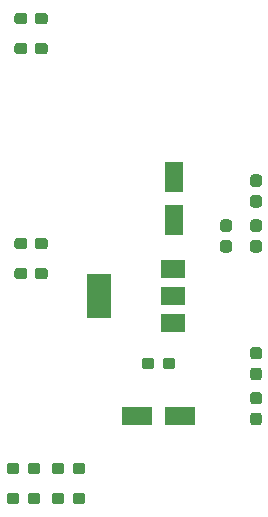
<source format=gtp>
G04 #@! TF.GenerationSoftware,KiCad,Pcbnew,(6.0.0-rc1-dev)*
G04 #@! TF.CreationDate,2018-08-10T23:28:26+02:00*
G04 #@! TF.ProjectId,sender,73656E6465722E6B696361645F706362,rev?*
G04 #@! TF.SameCoordinates,PX6ed25c8PY45a45e8*
G04 #@! TF.FileFunction,Paste,Top*
G04 #@! TF.FilePolarity,Positive*
%FSLAX46Y46*%
G04 Gerber Fmt 4.6, Leading zero omitted, Abs format (unit mm)*
G04 Created by KiCad (PCBNEW (6.0.0-rc1-dev)) date Fri Aug 10 23:28:26 2018*
%MOMM*%
%LPD*%
G01*
G04 APERTURE LIST*
%ADD10C,0.100000*%
%ADD11C,0.950000*%
%ADD12R,2.600000X1.600000*%
%ADD13R,1.600000X2.600000*%
%ADD14R,2.000000X3.800000*%
%ADD15R,2.000000X1.500000*%
G04 APERTURE END LIST*
D10*
G04 #@! TO.C,D10*
G36*
X28835779Y-36546144D02*
X28858834Y-36549563D01*
X28881443Y-36555227D01*
X28903387Y-36563079D01*
X28924457Y-36573044D01*
X28944448Y-36585026D01*
X28963168Y-36598910D01*
X28980438Y-36614562D01*
X28996090Y-36631832D01*
X29009974Y-36650552D01*
X29021956Y-36670543D01*
X29031921Y-36691613D01*
X29039773Y-36713557D01*
X29045437Y-36736166D01*
X29048856Y-36759221D01*
X29050000Y-36782500D01*
X29050000Y-37357500D01*
X29048856Y-37380779D01*
X29045437Y-37403834D01*
X29039773Y-37426443D01*
X29031921Y-37448387D01*
X29021956Y-37469457D01*
X29009974Y-37489448D01*
X28996090Y-37508168D01*
X28980438Y-37525438D01*
X28963168Y-37541090D01*
X28944448Y-37554974D01*
X28924457Y-37566956D01*
X28903387Y-37576921D01*
X28881443Y-37584773D01*
X28858834Y-37590437D01*
X28835779Y-37593856D01*
X28812500Y-37595000D01*
X28337500Y-37595000D01*
X28314221Y-37593856D01*
X28291166Y-37590437D01*
X28268557Y-37584773D01*
X28246613Y-37576921D01*
X28225543Y-37566956D01*
X28205552Y-37554974D01*
X28186832Y-37541090D01*
X28169562Y-37525438D01*
X28153910Y-37508168D01*
X28140026Y-37489448D01*
X28128044Y-37469457D01*
X28118079Y-37448387D01*
X28110227Y-37426443D01*
X28104563Y-37403834D01*
X28101144Y-37380779D01*
X28100000Y-37357500D01*
X28100000Y-36782500D01*
X28101144Y-36759221D01*
X28104563Y-36736166D01*
X28110227Y-36713557D01*
X28118079Y-36691613D01*
X28128044Y-36670543D01*
X28140026Y-36650552D01*
X28153910Y-36631832D01*
X28169562Y-36614562D01*
X28186832Y-36598910D01*
X28205552Y-36585026D01*
X28225543Y-36573044D01*
X28246613Y-36563079D01*
X28268557Y-36555227D01*
X28291166Y-36549563D01*
X28314221Y-36546144D01*
X28337500Y-36545000D01*
X28812500Y-36545000D01*
X28835779Y-36546144D01*
X28835779Y-36546144D01*
G37*
D11*
X28575000Y-37070000D03*
D10*
G36*
X28835779Y-34796144D02*
X28858834Y-34799563D01*
X28881443Y-34805227D01*
X28903387Y-34813079D01*
X28924457Y-34823044D01*
X28944448Y-34835026D01*
X28963168Y-34848910D01*
X28980438Y-34864562D01*
X28996090Y-34881832D01*
X29009974Y-34900552D01*
X29021956Y-34920543D01*
X29031921Y-34941613D01*
X29039773Y-34963557D01*
X29045437Y-34986166D01*
X29048856Y-35009221D01*
X29050000Y-35032500D01*
X29050000Y-35607500D01*
X29048856Y-35630779D01*
X29045437Y-35653834D01*
X29039773Y-35676443D01*
X29031921Y-35698387D01*
X29021956Y-35719457D01*
X29009974Y-35739448D01*
X28996090Y-35758168D01*
X28980438Y-35775438D01*
X28963168Y-35791090D01*
X28944448Y-35804974D01*
X28924457Y-35816956D01*
X28903387Y-35826921D01*
X28881443Y-35834773D01*
X28858834Y-35840437D01*
X28835779Y-35843856D01*
X28812500Y-35845000D01*
X28337500Y-35845000D01*
X28314221Y-35843856D01*
X28291166Y-35840437D01*
X28268557Y-35834773D01*
X28246613Y-35826921D01*
X28225543Y-35816956D01*
X28205552Y-35804974D01*
X28186832Y-35791090D01*
X28169562Y-35775438D01*
X28153910Y-35758168D01*
X28140026Y-35739448D01*
X28128044Y-35719457D01*
X28118079Y-35698387D01*
X28110227Y-35676443D01*
X28104563Y-35653834D01*
X28101144Y-35630779D01*
X28100000Y-35607500D01*
X28100000Y-35032500D01*
X28101144Y-35009221D01*
X28104563Y-34986166D01*
X28110227Y-34963557D01*
X28118079Y-34941613D01*
X28128044Y-34920543D01*
X28140026Y-34900552D01*
X28153910Y-34881832D01*
X28169562Y-34864562D01*
X28186832Y-34848910D01*
X28205552Y-34835026D01*
X28225543Y-34823044D01*
X28246613Y-34813079D01*
X28268557Y-34805227D01*
X28291166Y-34799563D01*
X28314221Y-34796144D01*
X28337500Y-34795000D01*
X28812500Y-34795000D01*
X28835779Y-34796144D01*
X28835779Y-34796144D01*
G37*
D11*
X28575000Y-35320000D03*
G04 #@! TD*
D12*
G04 #@! TO.C,C4*
X22120000Y-36830000D03*
X18520000Y-36830000D03*
G04 #@! TD*
D13*
G04 #@! TO.C,C1*
X21590000Y-20215000D03*
X21590000Y-16615000D03*
G04 #@! TD*
D10*
G04 #@! TO.C,C2*
G36*
X26295779Y-20191144D02*
X26318834Y-20194563D01*
X26341443Y-20200227D01*
X26363387Y-20208079D01*
X26384457Y-20218044D01*
X26404448Y-20230026D01*
X26423168Y-20243910D01*
X26440438Y-20259562D01*
X26456090Y-20276832D01*
X26469974Y-20295552D01*
X26481956Y-20315543D01*
X26491921Y-20336613D01*
X26499773Y-20358557D01*
X26505437Y-20381166D01*
X26508856Y-20404221D01*
X26510000Y-20427500D01*
X26510000Y-21002500D01*
X26508856Y-21025779D01*
X26505437Y-21048834D01*
X26499773Y-21071443D01*
X26491921Y-21093387D01*
X26481956Y-21114457D01*
X26469974Y-21134448D01*
X26456090Y-21153168D01*
X26440438Y-21170438D01*
X26423168Y-21186090D01*
X26404448Y-21199974D01*
X26384457Y-21211956D01*
X26363387Y-21221921D01*
X26341443Y-21229773D01*
X26318834Y-21235437D01*
X26295779Y-21238856D01*
X26272500Y-21240000D01*
X25797500Y-21240000D01*
X25774221Y-21238856D01*
X25751166Y-21235437D01*
X25728557Y-21229773D01*
X25706613Y-21221921D01*
X25685543Y-21211956D01*
X25665552Y-21199974D01*
X25646832Y-21186090D01*
X25629562Y-21170438D01*
X25613910Y-21153168D01*
X25600026Y-21134448D01*
X25588044Y-21114457D01*
X25578079Y-21093387D01*
X25570227Y-21071443D01*
X25564563Y-21048834D01*
X25561144Y-21025779D01*
X25560000Y-21002500D01*
X25560000Y-20427500D01*
X25561144Y-20404221D01*
X25564563Y-20381166D01*
X25570227Y-20358557D01*
X25578079Y-20336613D01*
X25588044Y-20315543D01*
X25600026Y-20295552D01*
X25613910Y-20276832D01*
X25629562Y-20259562D01*
X25646832Y-20243910D01*
X25665552Y-20230026D01*
X25685543Y-20218044D01*
X25706613Y-20208079D01*
X25728557Y-20200227D01*
X25751166Y-20194563D01*
X25774221Y-20191144D01*
X25797500Y-20190000D01*
X26272500Y-20190000D01*
X26295779Y-20191144D01*
X26295779Y-20191144D01*
G37*
D11*
X26035000Y-20715000D03*
D10*
G36*
X26295779Y-21941144D02*
X26318834Y-21944563D01*
X26341443Y-21950227D01*
X26363387Y-21958079D01*
X26384457Y-21968044D01*
X26404448Y-21980026D01*
X26423168Y-21993910D01*
X26440438Y-22009562D01*
X26456090Y-22026832D01*
X26469974Y-22045552D01*
X26481956Y-22065543D01*
X26491921Y-22086613D01*
X26499773Y-22108557D01*
X26505437Y-22131166D01*
X26508856Y-22154221D01*
X26510000Y-22177500D01*
X26510000Y-22752500D01*
X26508856Y-22775779D01*
X26505437Y-22798834D01*
X26499773Y-22821443D01*
X26491921Y-22843387D01*
X26481956Y-22864457D01*
X26469974Y-22884448D01*
X26456090Y-22903168D01*
X26440438Y-22920438D01*
X26423168Y-22936090D01*
X26404448Y-22949974D01*
X26384457Y-22961956D01*
X26363387Y-22971921D01*
X26341443Y-22979773D01*
X26318834Y-22985437D01*
X26295779Y-22988856D01*
X26272500Y-22990000D01*
X25797500Y-22990000D01*
X25774221Y-22988856D01*
X25751166Y-22985437D01*
X25728557Y-22979773D01*
X25706613Y-22971921D01*
X25685543Y-22961956D01*
X25665552Y-22949974D01*
X25646832Y-22936090D01*
X25629562Y-22920438D01*
X25613910Y-22903168D01*
X25600026Y-22884448D01*
X25588044Y-22864457D01*
X25578079Y-22843387D01*
X25570227Y-22821443D01*
X25564563Y-22798834D01*
X25561144Y-22775779D01*
X25560000Y-22752500D01*
X25560000Y-22177500D01*
X25561144Y-22154221D01*
X25564563Y-22131166D01*
X25570227Y-22108557D01*
X25578079Y-22086613D01*
X25588044Y-22065543D01*
X25600026Y-22045552D01*
X25613910Y-22026832D01*
X25629562Y-22009562D01*
X25646832Y-21993910D01*
X25665552Y-21980026D01*
X25685543Y-21968044D01*
X25706613Y-21958079D01*
X25728557Y-21950227D01*
X25751166Y-21944563D01*
X25774221Y-21941144D01*
X25797500Y-21940000D01*
X26272500Y-21940000D01*
X26295779Y-21941144D01*
X26295779Y-21941144D01*
G37*
D11*
X26035000Y-22465000D03*
G04 #@! TD*
D10*
G04 #@! TO.C,C3*
G36*
X19755779Y-31911144D02*
X19778834Y-31914563D01*
X19801443Y-31920227D01*
X19823387Y-31928079D01*
X19844457Y-31938044D01*
X19864448Y-31950026D01*
X19883168Y-31963910D01*
X19900438Y-31979562D01*
X19916090Y-31996832D01*
X19929974Y-32015552D01*
X19941956Y-32035543D01*
X19951921Y-32056613D01*
X19959773Y-32078557D01*
X19965437Y-32101166D01*
X19968856Y-32124221D01*
X19970000Y-32147500D01*
X19970000Y-32622500D01*
X19968856Y-32645779D01*
X19965437Y-32668834D01*
X19959773Y-32691443D01*
X19951921Y-32713387D01*
X19941956Y-32734457D01*
X19929974Y-32754448D01*
X19916090Y-32773168D01*
X19900438Y-32790438D01*
X19883168Y-32806090D01*
X19864448Y-32819974D01*
X19844457Y-32831956D01*
X19823387Y-32841921D01*
X19801443Y-32849773D01*
X19778834Y-32855437D01*
X19755779Y-32858856D01*
X19732500Y-32860000D01*
X19157500Y-32860000D01*
X19134221Y-32858856D01*
X19111166Y-32855437D01*
X19088557Y-32849773D01*
X19066613Y-32841921D01*
X19045543Y-32831956D01*
X19025552Y-32819974D01*
X19006832Y-32806090D01*
X18989562Y-32790438D01*
X18973910Y-32773168D01*
X18960026Y-32754448D01*
X18948044Y-32734457D01*
X18938079Y-32713387D01*
X18930227Y-32691443D01*
X18924563Y-32668834D01*
X18921144Y-32645779D01*
X18920000Y-32622500D01*
X18920000Y-32147500D01*
X18921144Y-32124221D01*
X18924563Y-32101166D01*
X18930227Y-32078557D01*
X18938079Y-32056613D01*
X18948044Y-32035543D01*
X18960026Y-32015552D01*
X18973910Y-31996832D01*
X18989562Y-31979562D01*
X19006832Y-31963910D01*
X19025552Y-31950026D01*
X19045543Y-31938044D01*
X19066613Y-31928079D01*
X19088557Y-31920227D01*
X19111166Y-31914563D01*
X19134221Y-31911144D01*
X19157500Y-31910000D01*
X19732500Y-31910000D01*
X19755779Y-31911144D01*
X19755779Y-31911144D01*
G37*
D11*
X19445000Y-32385000D03*
D10*
G36*
X21505779Y-31911144D02*
X21528834Y-31914563D01*
X21551443Y-31920227D01*
X21573387Y-31928079D01*
X21594457Y-31938044D01*
X21614448Y-31950026D01*
X21633168Y-31963910D01*
X21650438Y-31979562D01*
X21666090Y-31996832D01*
X21679974Y-32015552D01*
X21691956Y-32035543D01*
X21701921Y-32056613D01*
X21709773Y-32078557D01*
X21715437Y-32101166D01*
X21718856Y-32124221D01*
X21720000Y-32147500D01*
X21720000Y-32622500D01*
X21718856Y-32645779D01*
X21715437Y-32668834D01*
X21709773Y-32691443D01*
X21701921Y-32713387D01*
X21691956Y-32734457D01*
X21679974Y-32754448D01*
X21666090Y-32773168D01*
X21650438Y-32790438D01*
X21633168Y-32806090D01*
X21614448Y-32819974D01*
X21594457Y-32831956D01*
X21573387Y-32841921D01*
X21551443Y-32849773D01*
X21528834Y-32855437D01*
X21505779Y-32858856D01*
X21482500Y-32860000D01*
X20907500Y-32860000D01*
X20884221Y-32858856D01*
X20861166Y-32855437D01*
X20838557Y-32849773D01*
X20816613Y-32841921D01*
X20795543Y-32831956D01*
X20775552Y-32819974D01*
X20756832Y-32806090D01*
X20739562Y-32790438D01*
X20723910Y-32773168D01*
X20710026Y-32754448D01*
X20698044Y-32734457D01*
X20688079Y-32713387D01*
X20680227Y-32691443D01*
X20674563Y-32668834D01*
X20671144Y-32645779D01*
X20670000Y-32622500D01*
X20670000Y-32147500D01*
X20671144Y-32124221D01*
X20674563Y-32101166D01*
X20680227Y-32078557D01*
X20688079Y-32056613D01*
X20698044Y-32035543D01*
X20710026Y-32015552D01*
X20723910Y-31996832D01*
X20739562Y-31979562D01*
X20756832Y-31963910D01*
X20775552Y-31950026D01*
X20795543Y-31938044D01*
X20816613Y-31928079D01*
X20838557Y-31920227D01*
X20861166Y-31914563D01*
X20884221Y-31911144D01*
X20907500Y-31910000D01*
X21482500Y-31910000D01*
X21505779Y-31911144D01*
X21505779Y-31911144D01*
G37*
D11*
X21195000Y-32385000D03*
G04 #@! TD*
D10*
G04 #@! TO.C,D1*
G36*
X28835779Y-16381144D02*
X28858834Y-16384563D01*
X28881443Y-16390227D01*
X28903387Y-16398079D01*
X28924457Y-16408044D01*
X28944448Y-16420026D01*
X28963168Y-16433910D01*
X28980438Y-16449562D01*
X28996090Y-16466832D01*
X29009974Y-16485552D01*
X29021956Y-16505543D01*
X29031921Y-16526613D01*
X29039773Y-16548557D01*
X29045437Y-16571166D01*
X29048856Y-16594221D01*
X29050000Y-16617500D01*
X29050000Y-17192500D01*
X29048856Y-17215779D01*
X29045437Y-17238834D01*
X29039773Y-17261443D01*
X29031921Y-17283387D01*
X29021956Y-17304457D01*
X29009974Y-17324448D01*
X28996090Y-17343168D01*
X28980438Y-17360438D01*
X28963168Y-17376090D01*
X28944448Y-17389974D01*
X28924457Y-17401956D01*
X28903387Y-17411921D01*
X28881443Y-17419773D01*
X28858834Y-17425437D01*
X28835779Y-17428856D01*
X28812500Y-17430000D01*
X28337500Y-17430000D01*
X28314221Y-17428856D01*
X28291166Y-17425437D01*
X28268557Y-17419773D01*
X28246613Y-17411921D01*
X28225543Y-17401956D01*
X28205552Y-17389974D01*
X28186832Y-17376090D01*
X28169562Y-17360438D01*
X28153910Y-17343168D01*
X28140026Y-17324448D01*
X28128044Y-17304457D01*
X28118079Y-17283387D01*
X28110227Y-17261443D01*
X28104563Y-17238834D01*
X28101144Y-17215779D01*
X28100000Y-17192500D01*
X28100000Y-16617500D01*
X28101144Y-16594221D01*
X28104563Y-16571166D01*
X28110227Y-16548557D01*
X28118079Y-16526613D01*
X28128044Y-16505543D01*
X28140026Y-16485552D01*
X28153910Y-16466832D01*
X28169562Y-16449562D01*
X28186832Y-16433910D01*
X28205552Y-16420026D01*
X28225543Y-16408044D01*
X28246613Y-16398079D01*
X28268557Y-16390227D01*
X28291166Y-16384563D01*
X28314221Y-16381144D01*
X28337500Y-16380000D01*
X28812500Y-16380000D01*
X28835779Y-16381144D01*
X28835779Y-16381144D01*
G37*
D11*
X28575000Y-16905000D03*
D10*
G36*
X28835779Y-18131144D02*
X28858834Y-18134563D01*
X28881443Y-18140227D01*
X28903387Y-18148079D01*
X28924457Y-18158044D01*
X28944448Y-18170026D01*
X28963168Y-18183910D01*
X28980438Y-18199562D01*
X28996090Y-18216832D01*
X29009974Y-18235552D01*
X29021956Y-18255543D01*
X29031921Y-18276613D01*
X29039773Y-18298557D01*
X29045437Y-18321166D01*
X29048856Y-18344221D01*
X29050000Y-18367500D01*
X29050000Y-18942500D01*
X29048856Y-18965779D01*
X29045437Y-18988834D01*
X29039773Y-19011443D01*
X29031921Y-19033387D01*
X29021956Y-19054457D01*
X29009974Y-19074448D01*
X28996090Y-19093168D01*
X28980438Y-19110438D01*
X28963168Y-19126090D01*
X28944448Y-19139974D01*
X28924457Y-19151956D01*
X28903387Y-19161921D01*
X28881443Y-19169773D01*
X28858834Y-19175437D01*
X28835779Y-19178856D01*
X28812500Y-19180000D01*
X28337500Y-19180000D01*
X28314221Y-19178856D01*
X28291166Y-19175437D01*
X28268557Y-19169773D01*
X28246613Y-19161921D01*
X28225543Y-19151956D01*
X28205552Y-19139974D01*
X28186832Y-19126090D01*
X28169562Y-19110438D01*
X28153910Y-19093168D01*
X28140026Y-19074448D01*
X28128044Y-19054457D01*
X28118079Y-19033387D01*
X28110227Y-19011443D01*
X28104563Y-18988834D01*
X28101144Y-18965779D01*
X28100000Y-18942500D01*
X28100000Y-18367500D01*
X28101144Y-18344221D01*
X28104563Y-18321166D01*
X28110227Y-18298557D01*
X28118079Y-18276613D01*
X28128044Y-18255543D01*
X28140026Y-18235552D01*
X28153910Y-18216832D01*
X28169562Y-18199562D01*
X28186832Y-18183910D01*
X28205552Y-18170026D01*
X28225543Y-18158044D01*
X28246613Y-18148079D01*
X28268557Y-18140227D01*
X28291166Y-18134563D01*
X28314221Y-18131144D01*
X28337500Y-18130000D01*
X28812500Y-18130000D01*
X28835779Y-18131144D01*
X28835779Y-18131144D01*
G37*
D11*
X28575000Y-18655000D03*
G04 #@! TD*
D14*
G04 #@! TO.C,U1*
X15265000Y-26670000D03*
D15*
X21565000Y-26670000D03*
X21565000Y-24370000D03*
X21565000Y-28970000D03*
G04 #@! TD*
D10*
G04 #@! TO.C,R10*
G36*
X28835779Y-32736144D02*
X28858834Y-32739563D01*
X28881443Y-32745227D01*
X28903387Y-32753079D01*
X28924457Y-32763044D01*
X28944448Y-32775026D01*
X28963168Y-32788910D01*
X28980438Y-32804562D01*
X28996090Y-32821832D01*
X29009974Y-32840552D01*
X29021956Y-32860543D01*
X29031921Y-32881613D01*
X29039773Y-32903557D01*
X29045437Y-32926166D01*
X29048856Y-32949221D01*
X29050000Y-32972500D01*
X29050000Y-33547500D01*
X29048856Y-33570779D01*
X29045437Y-33593834D01*
X29039773Y-33616443D01*
X29031921Y-33638387D01*
X29021956Y-33659457D01*
X29009974Y-33679448D01*
X28996090Y-33698168D01*
X28980438Y-33715438D01*
X28963168Y-33731090D01*
X28944448Y-33744974D01*
X28924457Y-33756956D01*
X28903387Y-33766921D01*
X28881443Y-33774773D01*
X28858834Y-33780437D01*
X28835779Y-33783856D01*
X28812500Y-33785000D01*
X28337500Y-33785000D01*
X28314221Y-33783856D01*
X28291166Y-33780437D01*
X28268557Y-33774773D01*
X28246613Y-33766921D01*
X28225543Y-33756956D01*
X28205552Y-33744974D01*
X28186832Y-33731090D01*
X28169562Y-33715438D01*
X28153910Y-33698168D01*
X28140026Y-33679448D01*
X28128044Y-33659457D01*
X28118079Y-33638387D01*
X28110227Y-33616443D01*
X28104563Y-33593834D01*
X28101144Y-33570779D01*
X28100000Y-33547500D01*
X28100000Y-32972500D01*
X28101144Y-32949221D01*
X28104563Y-32926166D01*
X28110227Y-32903557D01*
X28118079Y-32881613D01*
X28128044Y-32860543D01*
X28140026Y-32840552D01*
X28153910Y-32821832D01*
X28169562Y-32804562D01*
X28186832Y-32788910D01*
X28205552Y-32775026D01*
X28225543Y-32763044D01*
X28246613Y-32753079D01*
X28268557Y-32745227D01*
X28291166Y-32739563D01*
X28314221Y-32736144D01*
X28337500Y-32735000D01*
X28812500Y-32735000D01*
X28835779Y-32736144D01*
X28835779Y-32736144D01*
G37*
D11*
X28575000Y-33260000D03*
D10*
G36*
X28835779Y-30986144D02*
X28858834Y-30989563D01*
X28881443Y-30995227D01*
X28903387Y-31003079D01*
X28924457Y-31013044D01*
X28944448Y-31025026D01*
X28963168Y-31038910D01*
X28980438Y-31054562D01*
X28996090Y-31071832D01*
X29009974Y-31090552D01*
X29021956Y-31110543D01*
X29031921Y-31131613D01*
X29039773Y-31153557D01*
X29045437Y-31176166D01*
X29048856Y-31199221D01*
X29050000Y-31222500D01*
X29050000Y-31797500D01*
X29048856Y-31820779D01*
X29045437Y-31843834D01*
X29039773Y-31866443D01*
X29031921Y-31888387D01*
X29021956Y-31909457D01*
X29009974Y-31929448D01*
X28996090Y-31948168D01*
X28980438Y-31965438D01*
X28963168Y-31981090D01*
X28944448Y-31994974D01*
X28924457Y-32006956D01*
X28903387Y-32016921D01*
X28881443Y-32024773D01*
X28858834Y-32030437D01*
X28835779Y-32033856D01*
X28812500Y-32035000D01*
X28337500Y-32035000D01*
X28314221Y-32033856D01*
X28291166Y-32030437D01*
X28268557Y-32024773D01*
X28246613Y-32016921D01*
X28225543Y-32006956D01*
X28205552Y-31994974D01*
X28186832Y-31981090D01*
X28169562Y-31965438D01*
X28153910Y-31948168D01*
X28140026Y-31929448D01*
X28128044Y-31909457D01*
X28118079Y-31888387D01*
X28110227Y-31866443D01*
X28104563Y-31843834D01*
X28101144Y-31820779D01*
X28100000Y-31797500D01*
X28100000Y-31222500D01*
X28101144Y-31199221D01*
X28104563Y-31176166D01*
X28110227Y-31153557D01*
X28118079Y-31131613D01*
X28128044Y-31110543D01*
X28140026Y-31090552D01*
X28153910Y-31071832D01*
X28169562Y-31054562D01*
X28186832Y-31038910D01*
X28205552Y-31025026D01*
X28225543Y-31013044D01*
X28246613Y-31003079D01*
X28268557Y-30995227D01*
X28291166Y-30989563D01*
X28314221Y-30986144D01*
X28337500Y-30985000D01*
X28812500Y-30985000D01*
X28835779Y-30986144D01*
X28835779Y-30986144D01*
G37*
D11*
X28575000Y-31510000D03*
G04 #@! TD*
D10*
G04 #@! TO.C,R1*
G36*
X28835779Y-21941144D02*
X28858834Y-21944563D01*
X28881443Y-21950227D01*
X28903387Y-21958079D01*
X28924457Y-21968044D01*
X28944448Y-21980026D01*
X28963168Y-21993910D01*
X28980438Y-22009562D01*
X28996090Y-22026832D01*
X29009974Y-22045552D01*
X29021956Y-22065543D01*
X29031921Y-22086613D01*
X29039773Y-22108557D01*
X29045437Y-22131166D01*
X29048856Y-22154221D01*
X29050000Y-22177500D01*
X29050000Y-22752500D01*
X29048856Y-22775779D01*
X29045437Y-22798834D01*
X29039773Y-22821443D01*
X29031921Y-22843387D01*
X29021956Y-22864457D01*
X29009974Y-22884448D01*
X28996090Y-22903168D01*
X28980438Y-22920438D01*
X28963168Y-22936090D01*
X28944448Y-22949974D01*
X28924457Y-22961956D01*
X28903387Y-22971921D01*
X28881443Y-22979773D01*
X28858834Y-22985437D01*
X28835779Y-22988856D01*
X28812500Y-22990000D01*
X28337500Y-22990000D01*
X28314221Y-22988856D01*
X28291166Y-22985437D01*
X28268557Y-22979773D01*
X28246613Y-22971921D01*
X28225543Y-22961956D01*
X28205552Y-22949974D01*
X28186832Y-22936090D01*
X28169562Y-22920438D01*
X28153910Y-22903168D01*
X28140026Y-22884448D01*
X28128044Y-22864457D01*
X28118079Y-22843387D01*
X28110227Y-22821443D01*
X28104563Y-22798834D01*
X28101144Y-22775779D01*
X28100000Y-22752500D01*
X28100000Y-22177500D01*
X28101144Y-22154221D01*
X28104563Y-22131166D01*
X28110227Y-22108557D01*
X28118079Y-22086613D01*
X28128044Y-22065543D01*
X28140026Y-22045552D01*
X28153910Y-22026832D01*
X28169562Y-22009562D01*
X28186832Y-21993910D01*
X28205552Y-21980026D01*
X28225543Y-21968044D01*
X28246613Y-21958079D01*
X28268557Y-21950227D01*
X28291166Y-21944563D01*
X28314221Y-21941144D01*
X28337500Y-21940000D01*
X28812500Y-21940000D01*
X28835779Y-21941144D01*
X28835779Y-21941144D01*
G37*
D11*
X28575000Y-22465000D03*
D10*
G36*
X28835779Y-20191144D02*
X28858834Y-20194563D01*
X28881443Y-20200227D01*
X28903387Y-20208079D01*
X28924457Y-20218044D01*
X28944448Y-20230026D01*
X28963168Y-20243910D01*
X28980438Y-20259562D01*
X28996090Y-20276832D01*
X29009974Y-20295552D01*
X29021956Y-20315543D01*
X29031921Y-20336613D01*
X29039773Y-20358557D01*
X29045437Y-20381166D01*
X29048856Y-20404221D01*
X29050000Y-20427500D01*
X29050000Y-21002500D01*
X29048856Y-21025779D01*
X29045437Y-21048834D01*
X29039773Y-21071443D01*
X29031921Y-21093387D01*
X29021956Y-21114457D01*
X29009974Y-21134448D01*
X28996090Y-21153168D01*
X28980438Y-21170438D01*
X28963168Y-21186090D01*
X28944448Y-21199974D01*
X28924457Y-21211956D01*
X28903387Y-21221921D01*
X28881443Y-21229773D01*
X28858834Y-21235437D01*
X28835779Y-21238856D01*
X28812500Y-21240000D01*
X28337500Y-21240000D01*
X28314221Y-21238856D01*
X28291166Y-21235437D01*
X28268557Y-21229773D01*
X28246613Y-21221921D01*
X28225543Y-21211956D01*
X28205552Y-21199974D01*
X28186832Y-21186090D01*
X28169562Y-21170438D01*
X28153910Y-21153168D01*
X28140026Y-21134448D01*
X28128044Y-21114457D01*
X28118079Y-21093387D01*
X28110227Y-21071443D01*
X28104563Y-21048834D01*
X28101144Y-21025779D01*
X28100000Y-21002500D01*
X28100000Y-20427500D01*
X28101144Y-20404221D01*
X28104563Y-20381166D01*
X28110227Y-20358557D01*
X28118079Y-20336613D01*
X28128044Y-20315543D01*
X28140026Y-20295552D01*
X28153910Y-20276832D01*
X28169562Y-20259562D01*
X28186832Y-20243910D01*
X28205552Y-20230026D01*
X28225543Y-20218044D01*
X28246613Y-20208079D01*
X28268557Y-20200227D01*
X28291166Y-20194563D01*
X28314221Y-20191144D01*
X28337500Y-20190000D01*
X28812500Y-20190000D01*
X28835779Y-20191144D01*
X28835779Y-20191144D01*
G37*
D11*
X28575000Y-20715000D03*
G04 #@! TD*
D10*
G04 #@! TO.C,R2*
G36*
X8960779Y-5241144D02*
X8983834Y-5244563D01*
X9006443Y-5250227D01*
X9028387Y-5258079D01*
X9049457Y-5268044D01*
X9069448Y-5280026D01*
X9088168Y-5293910D01*
X9105438Y-5309562D01*
X9121090Y-5326832D01*
X9134974Y-5345552D01*
X9146956Y-5365543D01*
X9156921Y-5386613D01*
X9164773Y-5408557D01*
X9170437Y-5431166D01*
X9173856Y-5454221D01*
X9175000Y-5477500D01*
X9175000Y-5952500D01*
X9173856Y-5975779D01*
X9170437Y-5998834D01*
X9164773Y-6021443D01*
X9156921Y-6043387D01*
X9146956Y-6064457D01*
X9134974Y-6084448D01*
X9121090Y-6103168D01*
X9105438Y-6120438D01*
X9088168Y-6136090D01*
X9069448Y-6149974D01*
X9049457Y-6161956D01*
X9028387Y-6171921D01*
X9006443Y-6179773D01*
X8983834Y-6185437D01*
X8960779Y-6188856D01*
X8937500Y-6190000D01*
X8362500Y-6190000D01*
X8339221Y-6188856D01*
X8316166Y-6185437D01*
X8293557Y-6179773D01*
X8271613Y-6171921D01*
X8250543Y-6161956D01*
X8230552Y-6149974D01*
X8211832Y-6136090D01*
X8194562Y-6120438D01*
X8178910Y-6103168D01*
X8165026Y-6084448D01*
X8153044Y-6064457D01*
X8143079Y-6043387D01*
X8135227Y-6021443D01*
X8129563Y-5998834D01*
X8126144Y-5975779D01*
X8125000Y-5952500D01*
X8125000Y-5477500D01*
X8126144Y-5454221D01*
X8129563Y-5431166D01*
X8135227Y-5408557D01*
X8143079Y-5386613D01*
X8153044Y-5365543D01*
X8165026Y-5345552D01*
X8178910Y-5326832D01*
X8194562Y-5309562D01*
X8211832Y-5293910D01*
X8230552Y-5280026D01*
X8250543Y-5268044D01*
X8271613Y-5258079D01*
X8293557Y-5250227D01*
X8316166Y-5244563D01*
X8339221Y-5241144D01*
X8362500Y-5240000D01*
X8937500Y-5240000D01*
X8960779Y-5241144D01*
X8960779Y-5241144D01*
G37*
D11*
X8650000Y-5715000D03*
D10*
G36*
X10710779Y-5241144D02*
X10733834Y-5244563D01*
X10756443Y-5250227D01*
X10778387Y-5258079D01*
X10799457Y-5268044D01*
X10819448Y-5280026D01*
X10838168Y-5293910D01*
X10855438Y-5309562D01*
X10871090Y-5326832D01*
X10884974Y-5345552D01*
X10896956Y-5365543D01*
X10906921Y-5386613D01*
X10914773Y-5408557D01*
X10920437Y-5431166D01*
X10923856Y-5454221D01*
X10925000Y-5477500D01*
X10925000Y-5952500D01*
X10923856Y-5975779D01*
X10920437Y-5998834D01*
X10914773Y-6021443D01*
X10906921Y-6043387D01*
X10896956Y-6064457D01*
X10884974Y-6084448D01*
X10871090Y-6103168D01*
X10855438Y-6120438D01*
X10838168Y-6136090D01*
X10819448Y-6149974D01*
X10799457Y-6161956D01*
X10778387Y-6171921D01*
X10756443Y-6179773D01*
X10733834Y-6185437D01*
X10710779Y-6188856D01*
X10687500Y-6190000D01*
X10112500Y-6190000D01*
X10089221Y-6188856D01*
X10066166Y-6185437D01*
X10043557Y-6179773D01*
X10021613Y-6171921D01*
X10000543Y-6161956D01*
X9980552Y-6149974D01*
X9961832Y-6136090D01*
X9944562Y-6120438D01*
X9928910Y-6103168D01*
X9915026Y-6084448D01*
X9903044Y-6064457D01*
X9893079Y-6043387D01*
X9885227Y-6021443D01*
X9879563Y-5998834D01*
X9876144Y-5975779D01*
X9875000Y-5952500D01*
X9875000Y-5477500D01*
X9876144Y-5454221D01*
X9879563Y-5431166D01*
X9885227Y-5408557D01*
X9893079Y-5386613D01*
X9903044Y-5365543D01*
X9915026Y-5345552D01*
X9928910Y-5326832D01*
X9944562Y-5309562D01*
X9961832Y-5293910D01*
X9980552Y-5280026D01*
X10000543Y-5268044D01*
X10021613Y-5258079D01*
X10043557Y-5250227D01*
X10066166Y-5244563D01*
X10089221Y-5241144D01*
X10112500Y-5240000D01*
X10687500Y-5240000D01*
X10710779Y-5241144D01*
X10710779Y-5241144D01*
G37*
D11*
X10400000Y-5715000D03*
G04 #@! TD*
D10*
G04 #@! TO.C,R3*
G36*
X10710779Y-2701144D02*
X10733834Y-2704563D01*
X10756443Y-2710227D01*
X10778387Y-2718079D01*
X10799457Y-2728044D01*
X10819448Y-2740026D01*
X10838168Y-2753910D01*
X10855438Y-2769562D01*
X10871090Y-2786832D01*
X10884974Y-2805552D01*
X10896956Y-2825543D01*
X10906921Y-2846613D01*
X10914773Y-2868557D01*
X10920437Y-2891166D01*
X10923856Y-2914221D01*
X10925000Y-2937500D01*
X10925000Y-3412500D01*
X10923856Y-3435779D01*
X10920437Y-3458834D01*
X10914773Y-3481443D01*
X10906921Y-3503387D01*
X10896956Y-3524457D01*
X10884974Y-3544448D01*
X10871090Y-3563168D01*
X10855438Y-3580438D01*
X10838168Y-3596090D01*
X10819448Y-3609974D01*
X10799457Y-3621956D01*
X10778387Y-3631921D01*
X10756443Y-3639773D01*
X10733834Y-3645437D01*
X10710779Y-3648856D01*
X10687500Y-3650000D01*
X10112500Y-3650000D01*
X10089221Y-3648856D01*
X10066166Y-3645437D01*
X10043557Y-3639773D01*
X10021613Y-3631921D01*
X10000543Y-3621956D01*
X9980552Y-3609974D01*
X9961832Y-3596090D01*
X9944562Y-3580438D01*
X9928910Y-3563168D01*
X9915026Y-3544448D01*
X9903044Y-3524457D01*
X9893079Y-3503387D01*
X9885227Y-3481443D01*
X9879563Y-3458834D01*
X9876144Y-3435779D01*
X9875000Y-3412500D01*
X9875000Y-2937500D01*
X9876144Y-2914221D01*
X9879563Y-2891166D01*
X9885227Y-2868557D01*
X9893079Y-2846613D01*
X9903044Y-2825543D01*
X9915026Y-2805552D01*
X9928910Y-2786832D01*
X9944562Y-2769562D01*
X9961832Y-2753910D01*
X9980552Y-2740026D01*
X10000543Y-2728044D01*
X10021613Y-2718079D01*
X10043557Y-2710227D01*
X10066166Y-2704563D01*
X10089221Y-2701144D01*
X10112500Y-2700000D01*
X10687500Y-2700000D01*
X10710779Y-2701144D01*
X10710779Y-2701144D01*
G37*
D11*
X10400000Y-3175000D03*
D10*
G36*
X8960779Y-2701144D02*
X8983834Y-2704563D01*
X9006443Y-2710227D01*
X9028387Y-2718079D01*
X9049457Y-2728044D01*
X9069448Y-2740026D01*
X9088168Y-2753910D01*
X9105438Y-2769562D01*
X9121090Y-2786832D01*
X9134974Y-2805552D01*
X9146956Y-2825543D01*
X9156921Y-2846613D01*
X9164773Y-2868557D01*
X9170437Y-2891166D01*
X9173856Y-2914221D01*
X9175000Y-2937500D01*
X9175000Y-3412500D01*
X9173856Y-3435779D01*
X9170437Y-3458834D01*
X9164773Y-3481443D01*
X9156921Y-3503387D01*
X9146956Y-3524457D01*
X9134974Y-3544448D01*
X9121090Y-3563168D01*
X9105438Y-3580438D01*
X9088168Y-3596090D01*
X9069448Y-3609974D01*
X9049457Y-3621956D01*
X9028387Y-3631921D01*
X9006443Y-3639773D01*
X8983834Y-3645437D01*
X8960779Y-3648856D01*
X8937500Y-3650000D01*
X8362500Y-3650000D01*
X8339221Y-3648856D01*
X8316166Y-3645437D01*
X8293557Y-3639773D01*
X8271613Y-3631921D01*
X8250543Y-3621956D01*
X8230552Y-3609974D01*
X8211832Y-3596090D01*
X8194562Y-3580438D01*
X8178910Y-3563168D01*
X8165026Y-3544448D01*
X8153044Y-3524457D01*
X8143079Y-3503387D01*
X8135227Y-3481443D01*
X8129563Y-3458834D01*
X8126144Y-3435779D01*
X8125000Y-3412500D01*
X8125000Y-2937500D01*
X8126144Y-2914221D01*
X8129563Y-2891166D01*
X8135227Y-2868557D01*
X8143079Y-2846613D01*
X8153044Y-2825543D01*
X8165026Y-2805552D01*
X8178910Y-2786832D01*
X8194562Y-2769562D01*
X8211832Y-2753910D01*
X8230552Y-2740026D01*
X8250543Y-2728044D01*
X8271613Y-2718079D01*
X8293557Y-2710227D01*
X8316166Y-2704563D01*
X8339221Y-2701144D01*
X8362500Y-2700000D01*
X8937500Y-2700000D01*
X8960779Y-2701144D01*
X8960779Y-2701144D01*
G37*
D11*
X8650000Y-3175000D03*
G04 #@! TD*
D10*
G04 #@! TO.C,R4*
G36*
X8960779Y-21751144D02*
X8983834Y-21754563D01*
X9006443Y-21760227D01*
X9028387Y-21768079D01*
X9049457Y-21778044D01*
X9069448Y-21790026D01*
X9088168Y-21803910D01*
X9105438Y-21819562D01*
X9121090Y-21836832D01*
X9134974Y-21855552D01*
X9146956Y-21875543D01*
X9156921Y-21896613D01*
X9164773Y-21918557D01*
X9170437Y-21941166D01*
X9173856Y-21964221D01*
X9175000Y-21987500D01*
X9175000Y-22462500D01*
X9173856Y-22485779D01*
X9170437Y-22508834D01*
X9164773Y-22531443D01*
X9156921Y-22553387D01*
X9146956Y-22574457D01*
X9134974Y-22594448D01*
X9121090Y-22613168D01*
X9105438Y-22630438D01*
X9088168Y-22646090D01*
X9069448Y-22659974D01*
X9049457Y-22671956D01*
X9028387Y-22681921D01*
X9006443Y-22689773D01*
X8983834Y-22695437D01*
X8960779Y-22698856D01*
X8937500Y-22700000D01*
X8362500Y-22700000D01*
X8339221Y-22698856D01*
X8316166Y-22695437D01*
X8293557Y-22689773D01*
X8271613Y-22681921D01*
X8250543Y-22671956D01*
X8230552Y-22659974D01*
X8211832Y-22646090D01*
X8194562Y-22630438D01*
X8178910Y-22613168D01*
X8165026Y-22594448D01*
X8153044Y-22574457D01*
X8143079Y-22553387D01*
X8135227Y-22531443D01*
X8129563Y-22508834D01*
X8126144Y-22485779D01*
X8125000Y-22462500D01*
X8125000Y-21987500D01*
X8126144Y-21964221D01*
X8129563Y-21941166D01*
X8135227Y-21918557D01*
X8143079Y-21896613D01*
X8153044Y-21875543D01*
X8165026Y-21855552D01*
X8178910Y-21836832D01*
X8194562Y-21819562D01*
X8211832Y-21803910D01*
X8230552Y-21790026D01*
X8250543Y-21778044D01*
X8271613Y-21768079D01*
X8293557Y-21760227D01*
X8316166Y-21754563D01*
X8339221Y-21751144D01*
X8362500Y-21750000D01*
X8937500Y-21750000D01*
X8960779Y-21751144D01*
X8960779Y-21751144D01*
G37*
D11*
X8650000Y-22225000D03*
D10*
G36*
X10710779Y-21751144D02*
X10733834Y-21754563D01*
X10756443Y-21760227D01*
X10778387Y-21768079D01*
X10799457Y-21778044D01*
X10819448Y-21790026D01*
X10838168Y-21803910D01*
X10855438Y-21819562D01*
X10871090Y-21836832D01*
X10884974Y-21855552D01*
X10896956Y-21875543D01*
X10906921Y-21896613D01*
X10914773Y-21918557D01*
X10920437Y-21941166D01*
X10923856Y-21964221D01*
X10925000Y-21987500D01*
X10925000Y-22462500D01*
X10923856Y-22485779D01*
X10920437Y-22508834D01*
X10914773Y-22531443D01*
X10906921Y-22553387D01*
X10896956Y-22574457D01*
X10884974Y-22594448D01*
X10871090Y-22613168D01*
X10855438Y-22630438D01*
X10838168Y-22646090D01*
X10819448Y-22659974D01*
X10799457Y-22671956D01*
X10778387Y-22681921D01*
X10756443Y-22689773D01*
X10733834Y-22695437D01*
X10710779Y-22698856D01*
X10687500Y-22700000D01*
X10112500Y-22700000D01*
X10089221Y-22698856D01*
X10066166Y-22695437D01*
X10043557Y-22689773D01*
X10021613Y-22681921D01*
X10000543Y-22671956D01*
X9980552Y-22659974D01*
X9961832Y-22646090D01*
X9944562Y-22630438D01*
X9928910Y-22613168D01*
X9915026Y-22594448D01*
X9903044Y-22574457D01*
X9893079Y-22553387D01*
X9885227Y-22531443D01*
X9879563Y-22508834D01*
X9876144Y-22485779D01*
X9875000Y-22462500D01*
X9875000Y-21987500D01*
X9876144Y-21964221D01*
X9879563Y-21941166D01*
X9885227Y-21918557D01*
X9893079Y-21896613D01*
X9903044Y-21875543D01*
X9915026Y-21855552D01*
X9928910Y-21836832D01*
X9944562Y-21819562D01*
X9961832Y-21803910D01*
X9980552Y-21790026D01*
X10000543Y-21778044D01*
X10021613Y-21768079D01*
X10043557Y-21760227D01*
X10066166Y-21754563D01*
X10089221Y-21751144D01*
X10112500Y-21750000D01*
X10687500Y-21750000D01*
X10710779Y-21751144D01*
X10710779Y-21751144D01*
G37*
D11*
X10400000Y-22225000D03*
G04 #@! TD*
D10*
G04 #@! TO.C,R5*
G36*
X10710779Y-24291144D02*
X10733834Y-24294563D01*
X10756443Y-24300227D01*
X10778387Y-24308079D01*
X10799457Y-24318044D01*
X10819448Y-24330026D01*
X10838168Y-24343910D01*
X10855438Y-24359562D01*
X10871090Y-24376832D01*
X10884974Y-24395552D01*
X10896956Y-24415543D01*
X10906921Y-24436613D01*
X10914773Y-24458557D01*
X10920437Y-24481166D01*
X10923856Y-24504221D01*
X10925000Y-24527500D01*
X10925000Y-25002500D01*
X10923856Y-25025779D01*
X10920437Y-25048834D01*
X10914773Y-25071443D01*
X10906921Y-25093387D01*
X10896956Y-25114457D01*
X10884974Y-25134448D01*
X10871090Y-25153168D01*
X10855438Y-25170438D01*
X10838168Y-25186090D01*
X10819448Y-25199974D01*
X10799457Y-25211956D01*
X10778387Y-25221921D01*
X10756443Y-25229773D01*
X10733834Y-25235437D01*
X10710779Y-25238856D01*
X10687500Y-25240000D01*
X10112500Y-25240000D01*
X10089221Y-25238856D01*
X10066166Y-25235437D01*
X10043557Y-25229773D01*
X10021613Y-25221921D01*
X10000543Y-25211956D01*
X9980552Y-25199974D01*
X9961832Y-25186090D01*
X9944562Y-25170438D01*
X9928910Y-25153168D01*
X9915026Y-25134448D01*
X9903044Y-25114457D01*
X9893079Y-25093387D01*
X9885227Y-25071443D01*
X9879563Y-25048834D01*
X9876144Y-25025779D01*
X9875000Y-25002500D01*
X9875000Y-24527500D01*
X9876144Y-24504221D01*
X9879563Y-24481166D01*
X9885227Y-24458557D01*
X9893079Y-24436613D01*
X9903044Y-24415543D01*
X9915026Y-24395552D01*
X9928910Y-24376832D01*
X9944562Y-24359562D01*
X9961832Y-24343910D01*
X9980552Y-24330026D01*
X10000543Y-24318044D01*
X10021613Y-24308079D01*
X10043557Y-24300227D01*
X10066166Y-24294563D01*
X10089221Y-24291144D01*
X10112500Y-24290000D01*
X10687500Y-24290000D01*
X10710779Y-24291144D01*
X10710779Y-24291144D01*
G37*
D11*
X10400000Y-24765000D03*
D10*
G36*
X8960779Y-24291144D02*
X8983834Y-24294563D01*
X9006443Y-24300227D01*
X9028387Y-24308079D01*
X9049457Y-24318044D01*
X9069448Y-24330026D01*
X9088168Y-24343910D01*
X9105438Y-24359562D01*
X9121090Y-24376832D01*
X9134974Y-24395552D01*
X9146956Y-24415543D01*
X9156921Y-24436613D01*
X9164773Y-24458557D01*
X9170437Y-24481166D01*
X9173856Y-24504221D01*
X9175000Y-24527500D01*
X9175000Y-25002500D01*
X9173856Y-25025779D01*
X9170437Y-25048834D01*
X9164773Y-25071443D01*
X9156921Y-25093387D01*
X9146956Y-25114457D01*
X9134974Y-25134448D01*
X9121090Y-25153168D01*
X9105438Y-25170438D01*
X9088168Y-25186090D01*
X9069448Y-25199974D01*
X9049457Y-25211956D01*
X9028387Y-25221921D01*
X9006443Y-25229773D01*
X8983834Y-25235437D01*
X8960779Y-25238856D01*
X8937500Y-25240000D01*
X8362500Y-25240000D01*
X8339221Y-25238856D01*
X8316166Y-25235437D01*
X8293557Y-25229773D01*
X8271613Y-25221921D01*
X8250543Y-25211956D01*
X8230552Y-25199974D01*
X8211832Y-25186090D01*
X8194562Y-25170438D01*
X8178910Y-25153168D01*
X8165026Y-25134448D01*
X8153044Y-25114457D01*
X8143079Y-25093387D01*
X8135227Y-25071443D01*
X8129563Y-25048834D01*
X8126144Y-25025779D01*
X8125000Y-25002500D01*
X8125000Y-24527500D01*
X8126144Y-24504221D01*
X8129563Y-24481166D01*
X8135227Y-24458557D01*
X8143079Y-24436613D01*
X8153044Y-24415543D01*
X8165026Y-24395552D01*
X8178910Y-24376832D01*
X8194562Y-24359562D01*
X8211832Y-24343910D01*
X8230552Y-24330026D01*
X8250543Y-24318044D01*
X8271613Y-24308079D01*
X8293557Y-24300227D01*
X8316166Y-24294563D01*
X8339221Y-24291144D01*
X8362500Y-24290000D01*
X8937500Y-24290000D01*
X8960779Y-24291144D01*
X8960779Y-24291144D01*
G37*
D11*
X8650000Y-24765000D03*
G04 #@! TD*
D10*
G04 #@! TO.C,R6*
G36*
X12135779Y-40801144D02*
X12158834Y-40804563D01*
X12181443Y-40810227D01*
X12203387Y-40818079D01*
X12224457Y-40828044D01*
X12244448Y-40840026D01*
X12263168Y-40853910D01*
X12280438Y-40869562D01*
X12296090Y-40886832D01*
X12309974Y-40905552D01*
X12321956Y-40925543D01*
X12331921Y-40946613D01*
X12339773Y-40968557D01*
X12345437Y-40991166D01*
X12348856Y-41014221D01*
X12350000Y-41037500D01*
X12350000Y-41512500D01*
X12348856Y-41535779D01*
X12345437Y-41558834D01*
X12339773Y-41581443D01*
X12331921Y-41603387D01*
X12321956Y-41624457D01*
X12309974Y-41644448D01*
X12296090Y-41663168D01*
X12280438Y-41680438D01*
X12263168Y-41696090D01*
X12244448Y-41709974D01*
X12224457Y-41721956D01*
X12203387Y-41731921D01*
X12181443Y-41739773D01*
X12158834Y-41745437D01*
X12135779Y-41748856D01*
X12112500Y-41750000D01*
X11537500Y-41750000D01*
X11514221Y-41748856D01*
X11491166Y-41745437D01*
X11468557Y-41739773D01*
X11446613Y-41731921D01*
X11425543Y-41721956D01*
X11405552Y-41709974D01*
X11386832Y-41696090D01*
X11369562Y-41680438D01*
X11353910Y-41663168D01*
X11340026Y-41644448D01*
X11328044Y-41624457D01*
X11318079Y-41603387D01*
X11310227Y-41581443D01*
X11304563Y-41558834D01*
X11301144Y-41535779D01*
X11300000Y-41512500D01*
X11300000Y-41037500D01*
X11301144Y-41014221D01*
X11304563Y-40991166D01*
X11310227Y-40968557D01*
X11318079Y-40946613D01*
X11328044Y-40925543D01*
X11340026Y-40905552D01*
X11353910Y-40886832D01*
X11369562Y-40869562D01*
X11386832Y-40853910D01*
X11405552Y-40840026D01*
X11425543Y-40828044D01*
X11446613Y-40818079D01*
X11468557Y-40810227D01*
X11491166Y-40804563D01*
X11514221Y-40801144D01*
X11537500Y-40800000D01*
X12112500Y-40800000D01*
X12135779Y-40801144D01*
X12135779Y-40801144D01*
G37*
D11*
X11825000Y-41275000D03*
D10*
G36*
X13885779Y-40801144D02*
X13908834Y-40804563D01*
X13931443Y-40810227D01*
X13953387Y-40818079D01*
X13974457Y-40828044D01*
X13994448Y-40840026D01*
X14013168Y-40853910D01*
X14030438Y-40869562D01*
X14046090Y-40886832D01*
X14059974Y-40905552D01*
X14071956Y-40925543D01*
X14081921Y-40946613D01*
X14089773Y-40968557D01*
X14095437Y-40991166D01*
X14098856Y-41014221D01*
X14100000Y-41037500D01*
X14100000Y-41512500D01*
X14098856Y-41535779D01*
X14095437Y-41558834D01*
X14089773Y-41581443D01*
X14081921Y-41603387D01*
X14071956Y-41624457D01*
X14059974Y-41644448D01*
X14046090Y-41663168D01*
X14030438Y-41680438D01*
X14013168Y-41696090D01*
X13994448Y-41709974D01*
X13974457Y-41721956D01*
X13953387Y-41731921D01*
X13931443Y-41739773D01*
X13908834Y-41745437D01*
X13885779Y-41748856D01*
X13862500Y-41750000D01*
X13287500Y-41750000D01*
X13264221Y-41748856D01*
X13241166Y-41745437D01*
X13218557Y-41739773D01*
X13196613Y-41731921D01*
X13175543Y-41721956D01*
X13155552Y-41709974D01*
X13136832Y-41696090D01*
X13119562Y-41680438D01*
X13103910Y-41663168D01*
X13090026Y-41644448D01*
X13078044Y-41624457D01*
X13068079Y-41603387D01*
X13060227Y-41581443D01*
X13054563Y-41558834D01*
X13051144Y-41535779D01*
X13050000Y-41512500D01*
X13050000Y-41037500D01*
X13051144Y-41014221D01*
X13054563Y-40991166D01*
X13060227Y-40968557D01*
X13068079Y-40946613D01*
X13078044Y-40925543D01*
X13090026Y-40905552D01*
X13103910Y-40886832D01*
X13119562Y-40869562D01*
X13136832Y-40853910D01*
X13155552Y-40840026D01*
X13175543Y-40828044D01*
X13196613Y-40818079D01*
X13218557Y-40810227D01*
X13241166Y-40804563D01*
X13264221Y-40801144D01*
X13287500Y-40800000D01*
X13862500Y-40800000D01*
X13885779Y-40801144D01*
X13885779Y-40801144D01*
G37*
D11*
X13575000Y-41275000D03*
G04 #@! TD*
D10*
G04 #@! TO.C,R7*
G36*
X10075779Y-40801144D02*
X10098834Y-40804563D01*
X10121443Y-40810227D01*
X10143387Y-40818079D01*
X10164457Y-40828044D01*
X10184448Y-40840026D01*
X10203168Y-40853910D01*
X10220438Y-40869562D01*
X10236090Y-40886832D01*
X10249974Y-40905552D01*
X10261956Y-40925543D01*
X10271921Y-40946613D01*
X10279773Y-40968557D01*
X10285437Y-40991166D01*
X10288856Y-41014221D01*
X10290000Y-41037500D01*
X10290000Y-41512500D01*
X10288856Y-41535779D01*
X10285437Y-41558834D01*
X10279773Y-41581443D01*
X10271921Y-41603387D01*
X10261956Y-41624457D01*
X10249974Y-41644448D01*
X10236090Y-41663168D01*
X10220438Y-41680438D01*
X10203168Y-41696090D01*
X10184448Y-41709974D01*
X10164457Y-41721956D01*
X10143387Y-41731921D01*
X10121443Y-41739773D01*
X10098834Y-41745437D01*
X10075779Y-41748856D01*
X10052500Y-41750000D01*
X9477500Y-41750000D01*
X9454221Y-41748856D01*
X9431166Y-41745437D01*
X9408557Y-41739773D01*
X9386613Y-41731921D01*
X9365543Y-41721956D01*
X9345552Y-41709974D01*
X9326832Y-41696090D01*
X9309562Y-41680438D01*
X9293910Y-41663168D01*
X9280026Y-41644448D01*
X9268044Y-41624457D01*
X9258079Y-41603387D01*
X9250227Y-41581443D01*
X9244563Y-41558834D01*
X9241144Y-41535779D01*
X9240000Y-41512500D01*
X9240000Y-41037500D01*
X9241144Y-41014221D01*
X9244563Y-40991166D01*
X9250227Y-40968557D01*
X9258079Y-40946613D01*
X9268044Y-40925543D01*
X9280026Y-40905552D01*
X9293910Y-40886832D01*
X9309562Y-40869562D01*
X9326832Y-40853910D01*
X9345552Y-40840026D01*
X9365543Y-40828044D01*
X9386613Y-40818079D01*
X9408557Y-40810227D01*
X9431166Y-40804563D01*
X9454221Y-40801144D01*
X9477500Y-40800000D01*
X10052500Y-40800000D01*
X10075779Y-40801144D01*
X10075779Y-40801144D01*
G37*
D11*
X9765000Y-41275000D03*
D10*
G36*
X8325779Y-40801144D02*
X8348834Y-40804563D01*
X8371443Y-40810227D01*
X8393387Y-40818079D01*
X8414457Y-40828044D01*
X8434448Y-40840026D01*
X8453168Y-40853910D01*
X8470438Y-40869562D01*
X8486090Y-40886832D01*
X8499974Y-40905552D01*
X8511956Y-40925543D01*
X8521921Y-40946613D01*
X8529773Y-40968557D01*
X8535437Y-40991166D01*
X8538856Y-41014221D01*
X8540000Y-41037500D01*
X8540000Y-41512500D01*
X8538856Y-41535779D01*
X8535437Y-41558834D01*
X8529773Y-41581443D01*
X8521921Y-41603387D01*
X8511956Y-41624457D01*
X8499974Y-41644448D01*
X8486090Y-41663168D01*
X8470438Y-41680438D01*
X8453168Y-41696090D01*
X8434448Y-41709974D01*
X8414457Y-41721956D01*
X8393387Y-41731921D01*
X8371443Y-41739773D01*
X8348834Y-41745437D01*
X8325779Y-41748856D01*
X8302500Y-41750000D01*
X7727500Y-41750000D01*
X7704221Y-41748856D01*
X7681166Y-41745437D01*
X7658557Y-41739773D01*
X7636613Y-41731921D01*
X7615543Y-41721956D01*
X7595552Y-41709974D01*
X7576832Y-41696090D01*
X7559562Y-41680438D01*
X7543910Y-41663168D01*
X7530026Y-41644448D01*
X7518044Y-41624457D01*
X7508079Y-41603387D01*
X7500227Y-41581443D01*
X7494563Y-41558834D01*
X7491144Y-41535779D01*
X7490000Y-41512500D01*
X7490000Y-41037500D01*
X7491144Y-41014221D01*
X7494563Y-40991166D01*
X7500227Y-40968557D01*
X7508079Y-40946613D01*
X7518044Y-40925543D01*
X7530026Y-40905552D01*
X7543910Y-40886832D01*
X7559562Y-40869562D01*
X7576832Y-40853910D01*
X7595552Y-40840026D01*
X7615543Y-40828044D01*
X7636613Y-40818079D01*
X7658557Y-40810227D01*
X7681166Y-40804563D01*
X7704221Y-40801144D01*
X7727500Y-40800000D01*
X8302500Y-40800000D01*
X8325779Y-40801144D01*
X8325779Y-40801144D01*
G37*
D11*
X8015000Y-41275000D03*
G04 #@! TD*
D10*
G04 #@! TO.C,R8*
G36*
X12135779Y-43341144D02*
X12158834Y-43344563D01*
X12181443Y-43350227D01*
X12203387Y-43358079D01*
X12224457Y-43368044D01*
X12244448Y-43380026D01*
X12263168Y-43393910D01*
X12280438Y-43409562D01*
X12296090Y-43426832D01*
X12309974Y-43445552D01*
X12321956Y-43465543D01*
X12331921Y-43486613D01*
X12339773Y-43508557D01*
X12345437Y-43531166D01*
X12348856Y-43554221D01*
X12350000Y-43577500D01*
X12350000Y-44052500D01*
X12348856Y-44075779D01*
X12345437Y-44098834D01*
X12339773Y-44121443D01*
X12331921Y-44143387D01*
X12321956Y-44164457D01*
X12309974Y-44184448D01*
X12296090Y-44203168D01*
X12280438Y-44220438D01*
X12263168Y-44236090D01*
X12244448Y-44249974D01*
X12224457Y-44261956D01*
X12203387Y-44271921D01*
X12181443Y-44279773D01*
X12158834Y-44285437D01*
X12135779Y-44288856D01*
X12112500Y-44290000D01*
X11537500Y-44290000D01*
X11514221Y-44288856D01*
X11491166Y-44285437D01*
X11468557Y-44279773D01*
X11446613Y-44271921D01*
X11425543Y-44261956D01*
X11405552Y-44249974D01*
X11386832Y-44236090D01*
X11369562Y-44220438D01*
X11353910Y-44203168D01*
X11340026Y-44184448D01*
X11328044Y-44164457D01*
X11318079Y-44143387D01*
X11310227Y-44121443D01*
X11304563Y-44098834D01*
X11301144Y-44075779D01*
X11300000Y-44052500D01*
X11300000Y-43577500D01*
X11301144Y-43554221D01*
X11304563Y-43531166D01*
X11310227Y-43508557D01*
X11318079Y-43486613D01*
X11328044Y-43465543D01*
X11340026Y-43445552D01*
X11353910Y-43426832D01*
X11369562Y-43409562D01*
X11386832Y-43393910D01*
X11405552Y-43380026D01*
X11425543Y-43368044D01*
X11446613Y-43358079D01*
X11468557Y-43350227D01*
X11491166Y-43344563D01*
X11514221Y-43341144D01*
X11537500Y-43340000D01*
X12112500Y-43340000D01*
X12135779Y-43341144D01*
X12135779Y-43341144D01*
G37*
D11*
X11825000Y-43815000D03*
D10*
G36*
X13885779Y-43341144D02*
X13908834Y-43344563D01*
X13931443Y-43350227D01*
X13953387Y-43358079D01*
X13974457Y-43368044D01*
X13994448Y-43380026D01*
X14013168Y-43393910D01*
X14030438Y-43409562D01*
X14046090Y-43426832D01*
X14059974Y-43445552D01*
X14071956Y-43465543D01*
X14081921Y-43486613D01*
X14089773Y-43508557D01*
X14095437Y-43531166D01*
X14098856Y-43554221D01*
X14100000Y-43577500D01*
X14100000Y-44052500D01*
X14098856Y-44075779D01*
X14095437Y-44098834D01*
X14089773Y-44121443D01*
X14081921Y-44143387D01*
X14071956Y-44164457D01*
X14059974Y-44184448D01*
X14046090Y-44203168D01*
X14030438Y-44220438D01*
X14013168Y-44236090D01*
X13994448Y-44249974D01*
X13974457Y-44261956D01*
X13953387Y-44271921D01*
X13931443Y-44279773D01*
X13908834Y-44285437D01*
X13885779Y-44288856D01*
X13862500Y-44290000D01*
X13287500Y-44290000D01*
X13264221Y-44288856D01*
X13241166Y-44285437D01*
X13218557Y-44279773D01*
X13196613Y-44271921D01*
X13175543Y-44261956D01*
X13155552Y-44249974D01*
X13136832Y-44236090D01*
X13119562Y-44220438D01*
X13103910Y-44203168D01*
X13090026Y-44184448D01*
X13078044Y-44164457D01*
X13068079Y-44143387D01*
X13060227Y-44121443D01*
X13054563Y-44098834D01*
X13051144Y-44075779D01*
X13050000Y-44052500D01*
X13050000Y-43577500D01*
X13051144Y-43554221D01*
X13054563Y-43531166D01*
X13060227Y-43508557D01*
X13068079Y-43486613D01*
X13078044Y-43465543D01*
X13090026Y-43445552D01*
X13103910Y-43426832D01*
X13119562Y-43409562D01*
X13136832Y-43393910D01*
X13155552Y-43380026D01*
X13175543Y-43368044D01*
X13196613Y-43358079D01*
X13218557Y-43350227D01*
X13241166Y-43344563D01*
X13264221Y-43341144D01*
X13287500Y-43340000D01*
X13862500Y-43340000D01*
X13885779Y-43341144D01*
X13885779Y-43341144D01*
G37*
D11*
X13575000Y-43815000D03*
G04 #@! TD*
D10*
G04 #@! TO.C,R9*
G36*
X10075779Y-43341144D02*
X10098834Y-43344563D01*
X10121443Y-43350227D01*
X10143387Y-43358079D01*
X10164457Y-43368044D01*
X10184448Y-43380026D01*
X10203168Y-43393910D01*
X10220438Y-43409562D01*
X10236090Y-43426832D01*
X10249974Y-43445552D01*
X10261956Y-43465543D01*
X10271921Y-43486613D01*
X10279773Y-43508557D01*
X10285437Y-43531166D01*
X10288856Y-43554221D01*
X10290000Y-43577500D01*
X10290000Y-44052500D01*
X10288856Y-44075779D01*
X10285437Y-44098834D01*
X10279773Y-44121443D01*
X10271921Y-44143387D01*
X10261956Y-44164457D01*
X10249974Y-44184448D01*
X10236090Y-44203168D01*
X10220438Y-44220438D01*
X10203168Y-44236090D01*
X10184448Y-44249974D01*
X10164457Y-44261956D01*
X10143387Y-44271921D01*
X10121443Y-44279773D01*
X10098834Y-44285437D01*
X10075779Y-44288856D01*
X10052500Y-44290000D01*
X9477500Y-44290000D01*
X9454221Y-44288856D01*
X9431166Y-44285437D01*
X9408557Y-44279773D01*
X9386613Y-44271921D01*
X9365543Y-44261956D01*
X9345552Y-44249974D01*
X9326832Y-44236090D01*
X9309562Y-44220438D01*
X9293910Y-44203168D01*
X9280026Y-44184448D01*
X9268044Y-44164457D01*
X9258079Y-44143387D01*
X9250227Y-44121443D01*
X9244563Y-44098834D01*
X9241144Y-44075779D01*
X9240000Y-44052500D01*
X9240000Y-43577500D01*
X9241144Y-43554221D01*
X9244563Y-43531166D01*
X9250227Y-43508557D01*
X9258079Y-43486613D01*
X9268044Y-43465543D01*
X9280026Y-43445552D01*
X9293910Y-43426832D01*
X9309562Y-43409562D01*
X9326832Y-43393910D01*
X9345552Y-43380026D01*
X9365543Y-43368044D01*
X9386613Y-43358079D01*
X9408557Y-43350227D01*
X9431166Y-43344563D01*
X9454221Y-43341144D01*
X9477500Y-43340000D01*
X10052500Y-43340000D01*
X10075779Y-43341144D01*
X10075779Y-43341144D01*
G37*
D11*
X9765000Y-43815000D03*
D10*
G36*
X8325779Y-43341144D02*
X8348834Y-43344563D01*
X8371443Y-43350227D01*
X8393387Y-43358079D01*
X8414457Y-43368044D01*
X8434448Y-43380026D01*
X8453168Y-43393910D01*
X8470438Y-43409562D01*
X8486090Y-43426832D01*
X8499974Y-43445552D01*
X8511956Y-43465543D01*
X8521921Y-43486613D01*
X8529773Y-43508557D01*
X8535437Y-43531166D01*
X8538856Y-43554221D01*
X8540000Y-43577500D01*
X8540000Y-44052500D01*
X8538856Y-44075779D01*
X8535437Y-44098834D01*
X8529773Y-44121443D01*
X8521921Y-44143387D01*
X8511956Y-44164457D01*
X8499974Y-44184448D01*
X8486090Y-44203168D01*
X8470438Y-44220438D01*
X8453168Y-44236090D01*
X8434448Y-44249974D01*
X8414457Y-44261956D01*
X8393387Y-44271921D01*
X8371443Y-44279773D01*
X8348834Y-44285437D01*
X8325779Y-44288856D01*
X8302500Y-44290000D01*
X7727500Y-44290000D01*
X7704221Y-44288856D01*
X7681166Y-44285437D01*
X7658557Y-44279773D01*
X7636613Y-44271921D01*
X7615543Y-44261956D01*
X7595552Y-44249974D01*
X7576832Y-44236090D01*
X7559562Y-44220438D01*
X7543910Y-44203168D01*
X7530026Y-44184448D01*
X7518044Y-44164457D01*
X7508079Y-44143387D01*
X7500227Y-44121443D01*
X7494563Y-44098834D01*
X7491144Y-44075779D01*
X7490000Y-44052500D01*
X7490000Y-43577500D01*
X7491144Y-43554221D01*
X7494563Y-43531166D01*
X7500227Y-43508557D01*
X7508079Y-43486613D01*
X7518044Y-43465543D01*
X7530026Y-43445552D01*
X7543910Y-43426832D01*
X7559562Y-43409562D01*
X7576832Y-43393910D01*
X7595552Y-43380026D01*
X7615543Y-43368044D01*
X7636613Y-43358079D01*
X7658557Y-43350227D01*
X7681166Y-43344563D01*
X7704221Y-43341144D01*
X7727500Y-43340000D01*
X8302500Y-43340000D01*
X8325779Y-43341144D01*
X8325779Y-43341144D01*
G37*
D11*
X8015000Y-43815000D03*
G04 #@! TD*
M02*

</source>
